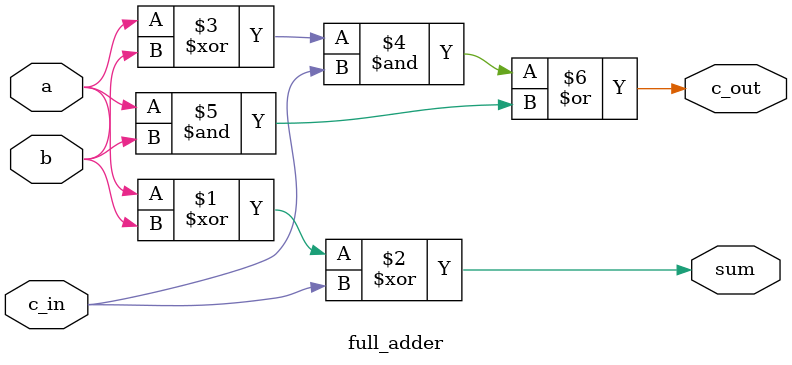
<source format=v>
module full_adder(
    input a,b,c_in,
    output sum, c_out   
    );
    assign sum = (a^b)^c_in;
    assign c_out = ((a^b)&c_in)|(a&b); 
endmodule
</source>
